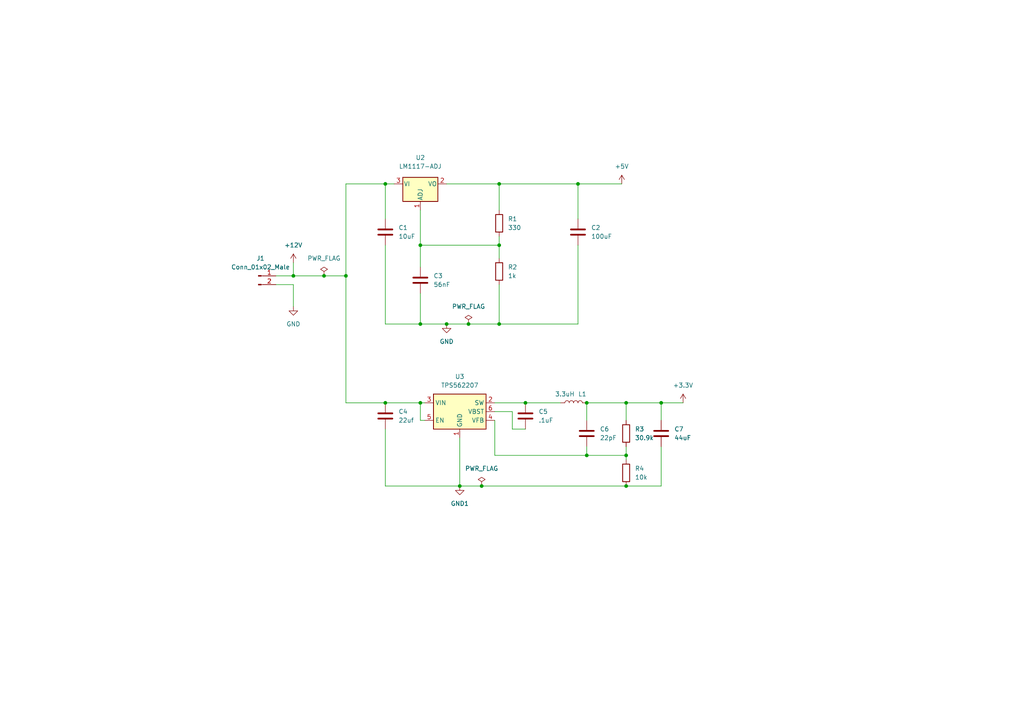
<source format=kicad_sch>
(kicad_sch (version 20211123) (generator eeschema)

  (uuid 38272076-0279-4129-b3f1-197aa0471a56)

  (paper "A4")

  (lib_symbols
    (symbol "Connector:Conn_01x02_Male" (pin_names (offset 1.016) hide) (in_bom yes) (on_board yes)
      (property "Reference" "J" (id 0) (at 0 2.54 0)
        (effects (font (size 1.27 1.27)))
      )
      (property "Value" "Conn_01x02_Male" (id 1) (at 0 -5.08 0)
        (effects (font (size 1.27 1.27)))
      )
      (property "Footprint" "" (id 2) (at 0 0 0)
        (effects (font (size 1.27 1.27)) hide)
      )
      (property "Datasheet" "~" (id 3) (at 0 0 0)
        (effects (font (size 1.27 1.27)) hide)
      )
      (property "ki_keywords" "connector" (id 4) (at 0 0 0)
        (effects (font (size 1.27 1.27)) hide)
      )
      (property "ki_description" "Generic connector, single row, 01x02, script generated (kicad-library-utils/schlib/autogen/connector/)" (id 5) (at 0 0 0)
        (effects (font (size 1.27 1.27)) hide)
      )
      (property "ki_fp_filters" "Connector*:*_1x??_*" (id 6) (at 0 0 0)
        (effects (font (size 1.27 1.27)) hide)
      )
      (symbol "Conn_01x02_Male_1_1"
        (polyline
          (pts
            (xy 1.27 -2.54)
            (xy 0.8636 -2.54)
          )
          (stroke (width 0.1524) (type default) (color 0 0 0 0))
          (fill (type none))
        )
        (polyline
          (pts
            (xy 1.27 0)
            (xy 0.8636 0)
          )
          (stroke (width 0.1524) (type default) (color 0 0 0 0))
          (fill (type none))
        )
        (rectangle (start 0.8636 -2.413) (end 0 -2.667)
          (stroke (width 0.1524) (type default) (color 0 0 0 0))
          (fill (type outline))
        )
        (rectangle (start 0.8636 0.127) (end 0 -0.127)
          (stroke (width 0.1524) (type default) (color 0 0 0 0))
          (fill (type outline))
        )
        (pin passive line (at 5.08 0 180) (length 3.81)
          (name "Pin_1" (effects (font (size 1.27 1.27))))
          (number "1" (effects (font (size 1.27 1.27))))
        )
        (pin passive line (at 5.08 -2.54 180) (length 3.81)
          (name "Pin_2" (effects (font (size 1.27 1.27))))
          (number "2" (effects (font (size 1.27 1.27))))
        )
      )
    )
    (symbol "Device:C" (pin_numbers hide) (pin_names (offset 0.254)) (in_bom yes) (on_board yes)
      (property "Reference" "C" (id 0) (at 0.635 2.54 0)
        (effects (font (size 1.27 1.27)) (justify left))
      )
      (property "Value" "C" (id 1) (at 0.635 -2.54 0)
        (effects (font (size 1.27 1.27)) (justify left))
      )
      (property "Footprint" "" (id 2) (at 0.9652 -3.81 0)
        (effects (font (size 1.27 1.27)) hide)
      )
      (property "Datasheet" "~" (id 3) (at 0 0 0)
        (effects (font (size 1.27 1.27)) hide)
      )
      (property "ki_keywords" "cap capacitor" (id 4) (at 0 0 0)
        (effects (font (size 1.27 1.27)) hide)
      )
      (property "ki_description" "Unpolarized capacitor" (id 5) (at 0 0 0)
        (effects (font (size 1.27 1.27)) hide)
      )
      (property "ki_fp_filters" "C_*" (id 6) (at 0 0 0)
        (effects (font (size 1.27 1.27)) hide)
      )
      (symbol "C_0_1"
        (polyline
          (pts
            (xy -2.032 -0.762)
            (xy 2.032 -0.762)
          )
          (stroke (width 0.508) (type default) (color 0 0 0 0))
          (fill (type none))
        )
        (polyline
          (pts
            (xy -2.032 0.762)
            (xy 2.032 0.762)
          )
          (stroke (width 0.508) (type default) (color 0 0 0 0))
          (fill (type none))
        )
      )
      (symbol "C_1_1"
        (pin passive line (at 0 3.81 270) (length 2.794)
          (name "~" (effects (font (size 1.27 1.27))))
          (number "1" (effects (font (size 1.27 1.27))))
        )
        (pin passive line (at 0 -3.81 90) (length 2.794)
          (name "~" (effects (font (size 1.27 1.27))))
          (number "2" (effects (font (size 1.27 1.27))))
        )
      )
    )
    (symbol "Device:L" (pin_numbers hide) (pin_names (offset 1.016) hide) (in_bom yes) (on_board yes)
      (property "Reference" "L1" (id 0) (at 2.54 -2.54 90)
        (effects (font (size 1.27 1.27)))
      )
      (property "Value" "3.3uH" (id 1) (at 2.54 2.54 90)
        (effects (font (size 1.27 1.27)))
      )
      (property "Footprint" "Inductor_SMD:L_Bourns_SRN6045TA" (id 2) (at 0 0 0)
        (effects (font (size 1.27 1.27)) hide)
      )
      (property "Datasheet" "~" (id 3) (at 0 0 0)
        (effects (font (size 1.27 1.27)) hide)
      )
      (property "ki_keywords" "inductor choke coil reactor magnetic" (id 4) (at 0 0 0)
        (effects (font (size 1.27 1.27)) hide)
      )
      (property "ki_description" "Inductor" (id 5) (at 0 0 0)
        (effects (font (size 1.27 1.27)) hide)
      )
      (property "ki_fp_filters" "Choke_* *Coil* Inductor_* L_*" (id 6) (at 0 0 0)
        (effects (font (size 1.27 1.27)) hide)
      )
      (symbol "L_0_1"
        (arc (start 0 -2.54) (mid 0.635 -1.905) (end 0 -1.27)
          (stroke (width 0) (type default) (color 0 0 0 0))
          (fill (type none))
        )
        (arc (start 0 -1.27) (mid 0.635 -0.635) (end 0 0)
          (stroke (width 0) (type default) (color 0 0 0 0))
          (fill (type none))
        )
        (arc (start 0 0) (mid 0.635 0.635) (end 0 1.27)
          (stroke (width 0) (type default) (color 0 0 0 0))
          (fill (type none))
        )
        (arc (start 0 1.27) (mid 0.635 1.905) (end 0 2.54)
          (stroke (width 0) (type default) (color 0 0 0 0))
          (fill (type none))
        )
      )
      (symbol "L_1_1"
        (pin power_in line (at 0 3.81 270) (length 1.27)
          (name "1" (effects (font (size 1.27 1.27))))
          (number "1" (effects (font (size 1.27 1.27))))
        )
        (pin power_out line (at 0 -3.81 90) (length 1.27)
          (name "2" (effects (font (size 1.27 1.27))))
          (number "2" (effects (font (size 1.27 1.27))))
        )
      )
    )
    (symbol "Device:R" (pin_numbers hide) (pin_names (offset 0)) (in_bom yes) (on_board yes)
      (property "Reference" "R" (id 0) (at 2.032 0 90)
        (effects (font (size 1.27 1.27)))
      )
      (property "Value" "R" (id 1) (at 0 0 90)
        (effects (font (size 1.27 1.27)))
      )
      (property "Footprint" "" (id 2) (at -1.778 0 90)
        (effects (font (size 1.27 1.27)) hide)
      )
      (property "Datasheet" "~" (id 3) (at 0 0 0)
        (effects (font (size 1.27 1.27)) hide)
      )
      (property "ki_keywords" "R res resistor" (id 4) (at 0 0 0)
        (effects (font (size 1.27 1.27)) hide)
      )
      (property "ki_description" "Resistor" (id 5) (at 0 0 0)
        (effects (font (size 1.27 1.27)) hide)
      )
      (property "ki_fp_filters" "R_*" (id 6) (at 0 0 0)
        (effects (font (size 1.27 1.27)) hide)
      )
      (symbol "R_0_1"
        (rectangle (start -1.016 -2.54) (end 1.016 2.54)
          (stroke (width 0.254) (type default) (color 0 0 0 0))
          (fill (type none))
        )
      )
      (symbol "R_1_1"
        (pin passive line (at 0 3.81 270) (length 1.27)
          (name "~" (effects (font (size 1.27 1.27))))
          (number "1" (effects (font (size 1.27 1.27))))
        )
        (pin passive line (at 0 -3.81 90) (length 1.27)
          (name "~" (effects (font (size 1.27 1.27))))
          (number "2" (effects (font (size 1.27 1.27))))
        )
      )
    )
    (symbol "Regulator_Linear:LM1117-ADJ" (pin_names (offset 0.254)) (in_bom yes) (on_board yes)
      (property "Reference" "U" (id 0) (at -3.81 3.175 0)
        (effects (font (size 1.27 1.27)))
      )
      (property "Value" "LM1117-ADJ" (id 1) (at 0 3.175 0)
        (effects (font (size 1.27 1.27)) (justify left))
      )
      (property "Footprint" "" (id 2) (at 0 0 0)
        (effects (font (size 1.27 1.27)) hide)
      )
      (property "Datasheet" "http://www.ti.com/lit/ds/symlink/lm1117.pdf" (id 3) (at 0 0 0)
        (effects (font (size 1.27 1.27)) hide)
      )
      (property "ki_keywords" "linear regulator ldo adjustable positive" (id 4) (at 0 0 0)
        (effects (font (size 1.27 1.27)) hide)
      )
      (property "ki_description" "800mA Low-Dropout Linear Regulator, adjustable output, TO-220/TO-252/TO-263/SOT-223" (id 5) (at 0 0 0)
        (effects (font (size 1.27 1.27)) hide)
      )
      (property "ki_fp_filters" "SOT?223* TO?263* TO?252* TO?220*" (id 6) (at 0 0 0)
        (effects (font (size 1.27 1.27)) hide)
      )
      (symbol "LM1117-ADJ_0_1"
        (rectangle (start -5.08 -5.08) (end 5.08 1.905)
          (stroke (width 0.254) (type default) (color 0 0 0 0))
          (fill (type background))
        )
      )
      (symbol "LM1117-ADJ_1_1"
        (pin input line (at 0 -7.62 90) (length 2.54)
          (name "ADJ" (effects (font (size 1.27 1.27))))
          (number "1" (effects (font (size 1.27 1.27))))
        )
        (pin power_out line (at 7.62 0 180) (length 2.54)
          (name "VO" (effects (font (size 1.27 1.27))))
          (number "2" (effects (font (size 1.27 1.27))))
        )
        (pin power_in line (at -7.62 0 0) (length 2.54)
          (name "VI" (effects (font (size 1.27 1.27))))
          (number "3" (effects (font (size 1.27 1.27))))
        )
      )
    )
    (symbol "Regulator_Switching:TPS562200" (in_bom yes) (on_board yes)
      (property "Reference" "U3" (id 0) (at 0 10.16 0)
        (effects (font (size 1.27 1.27)))
      )
      (property "Value" "TPS562207" (id 1) (at 0 7.62 0)
        (effects (font (size 1.27 1.27)))
      )
      (property "Footprint" "Package_TO_SOT_SMD:SOT-563" (id 2) (at 1.27 -6.35 0)
        (effects (font (size 1.27 1.27)) (justify left) hide)
      )
      (property "Datasheet" "http://www.ti.com/lit/ds/symlink/tps563200.pdf" (id 3) (at 0 0 0)
        (effects (font (size 1.27 1.27)) hide)
      )
      (property "ki_keywords" "step-down dcdc voltage regulator" (id 4) (at 0 0 0)
        (effects (font (size 1.27 1.27)) hide)
      )
      (property "ki_description" "2A Synchronous Step-Down Voltage Regulator, Adjustable Output Voltage, 4.5-17V Input Voltage, SOT-23-6" (id 5) (at 0 0 0)
        (effects (font (size 1.27 1.27)) hide)
      )
      (property "ki_fp_filters" "SOT?23*" (id 6) (at 0 0 0)
        (effects (font (size 1.27 1.27)) hide)
      )
      (symbol "TPS562200_0_1"
        (rectangle (start -7.62 5.08) (end 7.62 -5.08)
          (stroke (width 0.254) (type default) (color 0 0 0 0))
          (fill (type background))
        )
      )
      (symbol "TPS562200_1_1"
        (pin input line (at 0 -7.62 90) (length 2.54)
          (name "GND" (effects (font (size 1.27 1.27))))
          (number "1" (effects (font (size 1.27 1.27))))
        )
        (pin power_out line (at 10.16 2.54 180) (length 2.54)
          (name "SW" (effects (font (size 1.27 1.27))))
          (number "2" (effects (font (size 1.27 1.27))))
        )
        (pin power_in line (at -10.16 2.54 0) (length 2.54)
          (name "VIN" (effects (font (size 1.27 1.27))))
          (number "3" (effects (font (size 1.27 1.27))))
        )
        (pin input line (at 10.16 -2.54 180) (length 2.54)
          (name "VFB" (effects (font (size 1.27 1.27))))
          (number "4" (effects (font (size 1.27 1.27))))
        )
        (pin input line (at -10.16 -2.54 0) (length 2.54)
          (name "EN" (effects (font (size 1.27 1.27))))
          (number "5" (effects (font (size 1.27 1.27))))
        )
        (pin passive line (at 10.16 0 180) (length 2.54)
          (name "VBST" (effects (font (size 1.27 1.27))))
          (number "6" (effects (font (size 1.27 1.27))))
        )
      )
    )
    (symbol "power:+12V" (power) (pin_names (offset 0)) (in_bom yes) (on_board yes)
      (property "Reference" "#PWR" (id 0) (at 0 -3.81 0)
        (effects (font (size 1.27 1.27)) hide)
      )
      (property "Value" "+12V" (id 1) (at 0 3.556 0)
        (effects (font (size 1.27 1.27)))
      )
      (property "Footprint" "" (id 2) (at 0 0 0)
        (effects (font (size 1.27 1.27)) hide)
      )
      (property "Datasheet" "" (id 3) (at 0 0 0)
        (effects (font (size 1.27 1.27)) hide)
      )
      (property "ki_keywords" "power-flag" (id 4) (at 0 0 0)
        (effects (font (size 1.27 1.27)) hide)
      )
      (property "ki_description" "Power symbol creates a global label with name \"+12V\"" (id 5) (at 0 0 0)
        (effects (font (size 1.27 1.27)) hide)
      )
      (symbol "+12V_0_1"
        (polyline
          (pts
            (xy -0.762 1.27)
            (xy 0 2.54)
          )
          (stroke (width 0) (type default) (color 0 0 0 0))
          (fill (type none))
        )
        (polyline
          (pts
            (xy 0 0)
            (xy 0 2.54)
          )
          (stroke (width 0) (type default) (color 0 0 0 0))
          (fill (type none))
        )
        (polyline
          (pts
            (xy 0 2.54)
            (xy 0.762 1.27)
          )
          (stroke (width 0) (type default) (color 0 0 0 0))
          (fill (type none))
        )
      )
      (symbol "+12V_1_1"
        (pin power_in line (at 0 0 90) (length 0) hide
          (name "+12V" (effects (font (size 1.27 1.27))))
          (number "1" (effects (font (size 1.27 1.27))))
        )
      )
    )
    (symbol "power:+3.3V" (power) (pin_names (offset 0)) (in_bom yes) (on_board yes)
      (property "Reference" "#PWR" (id 0) (at 0 -3.81 0)
        (effects (font (size 1.27 1.27)) hide)
      )
      (property "Value" "+3.3V" (id 1) (at 0 3.556 0)
        (effects (font (size 1.27 1.27)))
      )
      (property "Footprint" "" (id 2) (at 0 0 0)
        (effects (font (size 1.27 1.27)) hide)
      )
      (property "Datasheet" "" (id 3) (at 0 0 0)
        (effects (font (size 1.27 1.27)) hide)
      )
      (property "ki_keywords" "power-flag" (id 4) (at 0 0 0)
        (effects (font (size 1.27 1.27)) hide)
      )
      (property "ki_description" "Power symbol creates a global label with name \"+3.3V\"" (id 5) (at 0 0 0)
        (effects (font (size 1.27 1.27)) hide)
      )
      (symbol "+3.3V_0_1"
        (polyline
          (pts
            (xy -0.762 1.27)
            (xy 0 2.54)
          )
          (stroke (width 0) (type default) (color 0 0 0 0))
          (fill (type none))
        )
        (polyline
          (pts
            (xy 0 0)
            (xy 0 2.54)
          )
          (stroke (width 0) (type default) (color 0 0 0 0))
          (fill (type none))
        )
        (polyline
          (pts
            (xy 0 2.54)
            (xy 0.762 1.27)
          )
          (stroke (width 0) (type default) (color 0 0 0 0))
          (fill (type none))
        )
      )
      (symbol "+3.3V_1_1"
        (pin power_in line (at 0 0 90) (length 0) hide
          (name "+3.3V" (effects (font (size 1.27 1.27))))
          (number "1" (effects (font (size 1.27 1.27))))
        )
      )
    )
    (symbol "power:+5V" (power) (pin_names (offset 0)) (in_bom yes) (on_board yes)
      (property "Reference" "#PWR" (id 0) (at 0 -3.81 0)
        (effects (font (size 1.27 1.27)) hide)
      )
      (property "Value" "+5V" (id 1) (at 0 3.556 0)
        (effects (font (size 1.27 1.27)))
      )
      (property "Footprint" "" (id 2) (at 0 0 0)
        (effects (font (size 1.27 1.27)) hide)
      )
      (property "Datasheet" "" (id 3) (at 0 0 0)
        (effects (font (size 1.27 1.27)) hide)
      )
      (property "ki_keywords" "power-flag" (id 4) (at 0 0 0)
        (effects (font (size 1.27 1.27)) hide)
      )
      (property "ki_description" "Power symbol creates a global label with name \"+5V\"" (id 5) (at 0 0 0)
        (effects (font (size 1.27 1.27)) hide)
      )
      (symbol "+5V_0_1"
        (polyline
          (pts
            (xy -0.762 1.27)
            (xy 0 2.54)
          )
          (stroke (width 0) (type default) (color 0 0 0 0))
          (fill (type none))
        )
        (polyline
          (pts
            (xy 0 0)
            (xy 0 2.54)
          )
          (stroke (width 0) (type default) (color 0 0 0 0))
          (fill (type none))
        )
        (polyline
          (pts
            (xy 0 2.54)
            (xy 0.762 1.27)
          )
          (stroke (width 0) (type default) (color 0 0 0 0))
          (fill (type none))
        )
      )
      (symbol "+5V_1_1"
        (pin power_in line (at 0 0 90) (length 0) hide
          (name "+5V" (effects (font (size 1.27 1.27))))
          (number "1" (effects (font (size 1.27 1.27))))
        )
      )
    )
    (symbol "power:GND" (power) (pin_names (offset 0)) (in_bom yes) (on_board yes)
      (property "Reference" "#PWR" (id 0) (at 0 -6.35 0)
        (effects (font (size 1.27 1.27)) hide)
      )
      (property "Value" "GND" (id 1) (at 0 -3.81 0)
        (effects (font (size 1.27 1.27)))
      )
      (property "Footprint" "" (id 2) (at 0 0 0)
        (effects (font (size 1.27 1.27)) hide)
      )
      (property "Datasheet" "" (id 3) (at 0 0 0)
        (effects (font (size 1.27 1.27)) hide)
      )
      (property "ki_keywords" "power-flag" (id 4) (at 0 0 0)
        (effects (font (size 1.27 1.27)) hide)
      )
      (property "ki_description" "Power symbol creates a global label with name \"GND\" , ground" (id 5) (at 0 0 0)
        (effects (font (size 1.27 1.27)) hide)
      )
      (symbol "GND_0_1"
        (polyline
          (pts
            (xy 0 0)
            (xy 0 -1.27)
            (xy 1.27 -1.27)
            (xy 0 -2.54)
            (xy -1.27 -1.27)
            (xy 0 -1.27)
          )
          (stroke (width 0) (type default) (color 0 0 0 0))
          (fill (type none))
        )
      )
      (symbol "GND_1_1"
        (pin power_in line (at 0 0 270) (length 0) hide
          (name "GND" (effects (font (size 1.27 1.27))))
          (number "1" (effects (font (size 1.27 1.27))))
        )
      )
    )
    (symbol "power:GND1" (power) (pin_names (offset 0)) (in_bom yes) (on_board yes)
      (property "Reference" "#PWR" (id 0) (at 0 -6.35 0)
        (effects (font (size 1.27 1.27)) hide)
      )
      (property "Value" "GND1" (id 1) (at 0 -3.81 0)
        (effects (font (size 1.27 1.27)))
      )
      (property "Footprint" "" (id 2) (at 0 0 0)
        (effects (font (size 1.27 1.27)) hide)
      )
      (property "Datasheet" "" (id 3) (at 0 0 0)
        (effects (font (size 1.27 1.27)) hide)
      )
      (property "ki_keywords" "power-flag" (id 4) (at 0 0 0)
        (effects (font (size 1.27 1.27)) hide)
      )
      (property "ki_description" "Power symbol creates a global label with name \"GND1\" , ground" (id 5) (at 0 0 0)
        (effects (font (size 1.27 1.27)) hide)
      )
      (symbol "GND1_0_1"
        (polyline
          (pts
            (xy 0 0)
            (xy 0 -1.27)
            (xy 1.27 -1.27)
            (xy 0 -2.54)
            (xy -1.27 -1.27)
            (xy 0 -1.27)
          )
          (stroke (width 0) (type default) (color 0 0 0 0))
          (fill (type none))
        )
      )
      (symbol "GND1_1_1"
        (pin power_in line (at 0 0 270) (length 0) hide
          (name "GND1" (effects (font (size 1.27 1.27))))
          (number "1" (effects (font (size 1.27 1.27))))
        )
      )
    )
    (symbol "power:PWR_FLAG" (power) (pin_numbers hide) (pin_names (offset 0) hide) (in_bom yes) (on_board yes)
      (property "Reference" "#FLG" (id 0) (at 0 1.905 0)
        (effects (font (size 1.27 1.27)) hide)
      )
      (property "Value" "PWR_FLAG" (id 1) (at 0 3.81 0)
        (effects (font (size 1.27 1.27)))
      )
      (property "Footprint" "" (id 2) (at 0 0 0)
        (effects (font (size 1.27 1.27)) hide)
      )
      (property "Datasheet" "~" (id 3) (at 0 0 0)
        (effects (font (size 1.27 1.27)) hide)
      )
      (property "ki_keywords" "power-flag" (id 4) (at 0 0 0)
        (effects (font (size 1.27 1.27)) hide)
      )
      (property "ki_description" "Special symbol for telling ERC where power comes from" (id 5) (at 0 0 0)
        (effects (font (size 1.27 1.27)) hide)
      )
      (symbol "PWR_FLAG_0_0"
        (pin power_out line (at 0 0 90) (length 0)
          (name "pwr" (effects (font (size 1.27 1.27))))
          (number "1" (effects (font (size 1.27 1.27))))
        )
      )
      (symbol "PWR_FLAG_0_1"
        (polyline
          (pts
            (xy 0 0)
            (xy 0 1.27)
            (xy -1.016 1.905)
            (xy 0 2.54)
            (xy 1.016 1.905)
            (xy 0 1.27)
          )
          (stroke (width 0) (type default) (color 0 0 0 0))
          (fill (type none))
        )
      )
    )
  )

  (junction (at 121.92 71.12) (diameter 0) (color 0 0 0 0)
    (uuid 0cbd0612-cdc2-4254-ab5b-c1b105ce84a0)
  )
  (junction (at 139.7 140.97) (diameter 0) (color 0 0 0 0)
    (uuid 12ab745d-98a3-4e29-8a54-d90fe90668a1)
  )
  (junction (at 85.09 80.01) (diameter 0) (color 0 0 0 0)
    (uuid 13f52898-c762-467b-a259-123302788e59)
  )
  (junction (at 144.78 93.98) (diameter 0) (color 0 0 0 0)
    (uuid 2b281b03-60c2-44ff-ba50-de262662862f)
  )
  (junction (at 181.61 140.97) (diameter 0) (color 0 0 0 0)
    (uuid 311019af-22c9-45b2-9252-b5b91ffb6449)
  )
  (junction (at 133.35 140.97) (diameter 0) (color 0 0 0 0)
    (uuid 491565b9-0cb3-4c11-9c8d-1034cc970838)
  )
  (junction (at 129.54 93.98) (diameter 0) (color 0 0 0 0)
    (uuid 563f0744-1b1b-4912-bb2e-91ec32deedd2)
  )
  (junction (at 121.92 93.98) (diameter 0) (color 0 0 0 0)
    (uuid 5b0626ab-2bd3-47bd-867c-5d88ff8df837)
  )
  (junction (at 111.76 53.34) (diameter 0) (color 0 0 0 0)
    (uuid 5bfcb920-53e7-4f2f-8d80-e364375225c0)
  )
  (junction (at 152.4 116.84) (diameter 0) (color 0 0 0 0)
    (uuid 6b286540-d583-4a71-b700-30205f46da39)
  )
  (junction (at 167.64 53.34) (diameter 0) (color 0 0 0 0)
    (uuid 7a1a2d53-b496-4cd4-97cd-9d1e7c870c06)
  )
  (junction (at 135.89 93.98) (diameter 0) (color 0 0 0 0)
    (uuid 9abb9e85-9122-48d3-8ac6-44ee31655c6a)
  )
  (junction (at 181.61 116.84) (diameter 0) (color 0 0 0 0)
    (uuid a680ea70-4f47-4537-8a70-4a58576ab1cc)
  )
  (junction (at 144.78 53.34) (diameter 0) (color 0 0 0 0)
    (uuid aaa92d1d-d288-45da-9546-e6f61c5aa3f7)
  )
  (junction (at 181.61 132.08) (diameter 0) (color 0 0 0 0)
    (uuid ad992cd3-6660-438d-ad25-356cf531f33c)
  )
  (junction (at 100.33 80.01) (diameter 0) (color 0 0 0 0)
    (uuid b540fcff-af8f-4809-93ba-261a5c5b551f)
  )
  (junction (at 144.78 71.12) (diameter 0) (color 0 0 0 0)
    (uuid b7afebfc-968f-471f-97da-3c735518fa74)
  )
  (junction (at 191.77 116.84) (diameter 0) (color 0 0 0 0)
    (uuid b8431b0b-16ed-47a8-a7aa-e1ec3bd495e9)
  )
  (junction (at 170.18 132.08) (diameter 0) (color 0 0 0 0)
    (uuid c0f7ca60-556a-49a3-ace1-8fc49831b88f)
  )
  (junction (at 111.76 116.84) (diameter 0) (color 0 0 0 0)
    (uuid d68c0922-105b-43e0-b77a-dc3f9ea15580)
  )
  (junction (at 121.92 116.84) (diameter 0) (color 0 0 0 0)
    (uuid da1bc1a2-31d8-4c1e-af5a-973e85d491e5)
  )
  (junction (at 170.18 116.84) (diameter 0) (color 0 0 0 0)
    (uuid e36ad8dd-9805-4af2-9a62-4feb4054a7b7)
  )
  (junction (at 93.98 80.01) (diameter 0) (color 0 0 0 0)
    (uuid eeb8e2f9-8a73-4458-8f09-bedf7b0236cc)
  )

  (wire (pts (xy 85.09 76.2) (xy 85.09 80.01))
    (stroke (width 0) (type default) (color 0 0 0 0))
    (uuid 02a6a9f9-125b-4552-b9fb-cf7ca5aac203)
  )
  (wire (pts (xy 93.98 80.01) (xy 100.33 80.01))
    (stroke (width 0) (type default) (color 0 0 0 0))
    (uuid 065ffeaf-8531-4080-9f3d-cf896cb1a349)
  )
  (wire (pts (xy 80.01 80.01) (xy 85.09 80.01))
    (stroke (width 0) (type default) (color 0 0 0 0))
    (uuid 08ed617f-9e9d-4c31-a6a0-decfcbac209c)
  )
  (wire (pts (xy 191.77 116.84) (xy 198.12 116.84))
    (stroke (width 0) (type default) (color 0 0 0 0))
    (uuid 0e543388-bf07-4f66-a1c5-890bf08514ee)
  )
  (wire (pts (xy 100.33 53.34) (xy 100.33 80.01))
    (stroke (width 0) (type default) (color 0 0 0 0))
    (uuid 0e76096f-b7dd-4005-ab5d-4deeffc5dd02)
  )
  (wire (pts (xy 152.4 116.84) (xy 162.56 116.84))
    (stroke (width 0) (type default) (color 0 0 0 0))
    (uuid 103b18c8-e2b6-49cc-a968-75221f9d7953)
  )
  (wire (pts (xy 191.77 116.84) (xy 191.77 121.92))
    (stroke (width 0) (type default) (color 0 0 0 0))
    (uuid 1203215c-33a8-4f86-a927-61b3faf8c816)
  )
  (wire (pts (xy 121.92 93.98) (xy 129.54 93.98))
    (stroke (width 0) (type default) (color 0 0 0 0))
    (uuid 1358bb90-5def-49b5-a9e9-b11914818cce)
  )
  (wire (pts (xy 100.33 116.84) (xy 111.76 116.84))
    (stroke (width 0) (type default) (color 0 0 0 0))
    (uuid 19222b4b-036d-4a24-8c23-e0ab6b0c9808)
  )
  (wire (pts (xy 191.77 140.97) (xy 181.61 140.97))
    (stroke (width 0) (type default) (color 0 0 0 0))
    (uuid 1934f30c-61fa-4d93-9fe4-d36097adc7b2)
  )
  (wire (pts (xy 111.76 140.97) (xy 111.76 124.46))
    (stroke (width 0) (type default) (color 0 0 0 0))
    (uuid 1a4bebee-037b-4d2f-9e3a-7e405f78b307)
  )
  (wire (pts (xy 111.76 140.97) (xy 133.35 140.97))
    (stroke (width 0) (type default) (color 0 0 0 0))
    (uuid 1dbb9359-100a-43fa-a6c3-36b7d31721f2)
  )
  (wire (pts (xy 80.01 82.55) (xy 85.09 82.55))
    (stroke (width 0) (type default) (color 0 0 0 0))
    (uuid 235ec76b-5d80-4af3-983e-3cfb80477ee1)
  )
  (wire (pts (xy 144.78 93.98) (xy 135.89 93.98))
    (stroke (width 0) (type default) (color 0 0 0 0))
    (uuid 2a284aa4-7541-4951-bc37-982a60af7ce6)
  )
  (wire (pts (xy 111.76 53.34) (xy 114.3 53.34))
    (stroke (width 0) (type default) (color 0 0 0 0))
    (uuid 2b2555bb-3886-430c-9368-a4b550f311e4)
  )
  (wire (pts (xy 144.78 82.55) (xy 144.78 93.98))
    (stroke (width 0) (type default) (color 0 0 0 0))
    (uuid 2ccdb474-02b9-46a3-8f01-d34b80eb2221)
  )
  (wire (pts (xy 121.92 71.12) (xy 144.78 71.12))
    (stroke (width 0) (type default) (color 0 0 0 0))
    (uuid 2d6250e0-99a8-42a3-a1c5-e232feac4791)
  )
  (wire (pts (xy 191.77 129.54) (xy 191.77 140.97))
    (stroke (width 0) (type default) (color 0 0 0 0))
    (uuid 3102a8de-2069-4914-aa2d-a5e3a4db721f)
  )
  (wire (pts (xy 143.51 121.92) (xy 143.51 132.08))
    (stroke (width 0) (type default) (color 0 0 0 0))
    (uuid 31b5ad53-d6d0-4093-ac7e-30e423238bac)
  )
  (wire (pts (xy 170.18 116.84) (xy 181.61 116.84))
    (stroke (width 0) (type default) (color 0 0 0 0))
    (uuid 38df3f81-50f0-4f2a-892a-8ded46812def)
  )
  (wire (pts (xy 100.33 80.01) (xy 100.33 116.84))
    (stroke (width 0) (type default) (color 0 0 0 0))
    (uuid 4131773d-15cb-444b-a3bf-4e383381cc9f)
  )
  (wire (pts (xy 144.78 68.58) (xy 144.78 71.12))
    (stroke (width 0) (type default) (color 0 0 0 0))
    (uuid 45a26126-4d53-4a76-bc05-97d5df4d3c93)
  )
  (wire (pts (xy 143.51 119.38) (xy 148.59 119.38))
    (stroke (width 0) (type default) (color 0 0 0 0))
    (uuid 48d24998-d62c-421e-9b23-2427f75a3148)
  )
  (wire (pts (xy 143.51 132.08) (xy 170.18 132.08))
    (stroke (width 0) (type default) (color 0 0 0 0))
    (uuid 4a658e07-bb47-47f3-b3eb-4c408c43edf0)
  )
  (wire (pts (xy 181.61 116.84) (xy 181.61 121.92))
    (stroke (width 0) (type default) (color 0 0 0 0))
    (uuid 4ac8b7a1-9331-44a3-afac-9b16397af655)
  )
  (wire (pts (xy 121.92 60.96) (xy 121.92 71.12))
    (stroke (width 0) (type default) (color 0 0 0 0))
    (uuid 6458e267-87e3-47c2-8e9e-4fe8acc5d442)
  )
  (wire (pts (xy 121.92 71.12) (xy 121.92 77.47))
    (stroke (width 0) (type default) (color 0 0 0 0))
    (uuid 684be51f-107c-4e25-b472-47c898e9ccf4)
  )
  (wire (pts (xy 121.92 85.09) (xy 121.92 93.98))
    (stroke (width 0) (type default) (color 0 0 0 0))
    (uuid 74fee0c3-158d-49ae-8636-9de7e2d0033d)
  )
  (wire (pts (xy 133.35 127) (xy 133.35 140.97))
    (stroke (width 0) (type default) (color 0 0 0 0))
    (uuid 7f18a6aa-49f4-46e0-904c-e486668d343b)
  )
  (wire (pts (xy 143.51 116.84) (xy 152.4 116.84))
    (stroke (width 0) (type default) (color 0 0 0 0))
    (uuid 7ff14a81-02fb-4e4e-8f4f-2a94714f22ca)
  )
  (wire (pts (xy 129.54 53.34) (xy 144.78 53.34))
    (stroke (width 0) (type default) (color 0 0 0 0))
    (uuid 8a9d85d0-10c8-4798-8760-f8d32fd79cdc)
  )
  (wire (pts (xy 111.76 116.84) (xy 121.92 116.84))
    (stroke (width 0) (type default) (color 0 0 0 0))
    (uuid 8ead4a83-bd44-4607-9257-97d2ba44ed6d)
  )
  (wire (pts (xy 170.18 129.54) (xy 170.18 132.08))
    (stroke (width 0) (type default) (color 0 0 0 0))
    (uuid 91d17e73-762b-4878-8022-b4649a024498)
  )
  (wire (pts (xy 121.92 121.92) (xy 123.19 121.92))
    (stroke (width 0) (type default) (color 0 0 0 0))
    (uuid 9656253c-22ba-4626-8f5d-833e4fed5c47)
  )
  (wire (pts (xy 181.61 129.54) (xy 181.61 132.08))
    (stroke (width 0) (type default) (color 0 0 0 0))
    (uuid 9be2aa61-178a-4284-bbee-db7ca63dab46)
  )
  (wire (pts (xy 135.89 93.98) (xy 129.54 93.98))
    (stroke (width 0) (type default) (color 0 0 0 0))
    (uuid a21c13e6-63f0-4a00-a4dc-5fe628f2d86a)
  )
  (wire (pts (xy 152.4 124.46) (xy 148.59 124.46))
    (stroke (width 0) (type default) (color 0 0 0 0))
    (uuid a2b29e81-e6b5-4edf-91d5-0a867d62373c)
  )
  (wire (pts (xy 111.76 71.12) (xy 111.76 93.98))
    (stroke (width 0) (type default) (color 0 0 0 0))
    (uuid a4905f5c-e5aa-4817-8030-12a42354c882)
  )
  (wire (pts (xy 181.61 132.08) (xy 170.18 132.08))
    (stroke (width 0) (type default) (color 0 0 0 0))
    (uuid a745b0a5-8b14-435b-b2d9-4203c8cd87f8)
  )
  (wire (pts (xy 167.64 93.98) (xy 144.78 93.98))
    (stroke (width 0) (type default) (color 0 0 0 0))
    (uuid a9fd6413-fd2d-4cb1-a39d-bbde751d0588)
  )
  (wire (pts (xy 85.09 82.55) (xy 85.09 88.9))
    (stroke (width 0) (type default) (color 0 0 0 0))
    (uuid b612ca78-166d-4cdb-bded-d08597e900e1)
  )
  (wire (pts (xy 85.09 80.01) (xy 93.98 80.01))
    (stroke (width 0) (type default) (color 0 0 0 0))
    (uuid b614c54d-c5f3-4fcc-80f0-9e5d9a20cd4b)
  )
  (wire (pts (xy 181.61 116.84) (xy 191.77 116.84))
    (stroke (width 0) (type default) (color 0 0 0 0))
    (uuid b66c1bd1-9210-4bce-a263-d08daf6b7aa8)
  )
  (wire (pts (xy 121.92 116.84) (xy 123.19 116.84))
    (stroke (width 0) (type default) (color 0 0 0 0))
    (uuid b791217c-f9bc-480b-bb3f-4fc18c6a76fc)
  )
  (wire (pts (xy 167.64 71.12) (xy 167.64 93.98))
    (stroke (width 0) (type default) (color 0 0 0 0))
    (uuid b964e259-b798-499e-bb51-8c7464a6b4cf)
  )
  (wire (pts (xy 111.76 93.98) (xy 121.92 93.98))
    (stroke (width 0) (type default) (color 0 0 0 0))
    (uuid bb128532-7713-4a3a-a02a-38bad62c1b50)
  )
  (wire (pts (xy 144.78 53.34) (xy 167.64 53.34))
    (stroke (width 0) (type default) (color 0 0 0 0))
    (uuid bc7164de-f693-496c-8f81-339a7fe8b83b)
  )
  (wire (pts (xy 121.92 116.84) (xy 121.92 121.92))
    (stroke (width 0) (type default) (color 0 0 0 0))
    (uuid c5270c59-4a27-4cea-b49a-8aa5ddee0833)
  )
  (wire (pts (xy 167.64 53.34) (xy 167.64 63.5))
    (stroke (width 0) (type default) (color 0 0 0 0))
    (uuid cbc421ca-e5e6-450a-b45a-3bd0a3f5d9b9)
  )
  (wire (pts (xy 181.61 140.97) (xy 139.7 140.97))
    (stroke (width 0) (type default) (color 0 0 0 0))
    (uuid cdb0b5a2-cf81-4c81-beb5-63d4271a2226)
  )
  (wire (pts (xy 111.76 53.34) (xy 111.76 63.5))
    (stroke (width 0) (type default) (color 0 0 0 0))
    (uuid d12c32a3-6bde-42b5-bce6-1ecfc8aaf531)
  )
  (wire (pts (xy 170.18 116.84) (xy 170.18 121.92))
    (stroke (width 0) (type default) (color 0 0 0 0))
    (uuid e47d54d7-49ac-47c6-8423-d8f354a01ea5)
  )
  (wire (pts (xy 100.33 53.34) (xy 111.76 53.34))
    (stroke (width 0) (type default) (color 0 0 0 0))
    (uuid e5b55b87-68bb-4800-9189-4701b0835340)
  )
  (wire (pts (xy 148.59 124.46) (xy 148.59 119.38))
    (stroke (width 0) (type default) (color 0 0 0 0))
    (uuid f2471699-7d60-4009-bd6c-bf7b410c4610)
  )
  (wire (pts (xy 139.7 140.97) (xy 133.35 140.97))
    (stroke (width 0) (type default) (color 0 0 0 0))
    (uuid f4f5b844-40bb-4f27-921d-996327e9b8b1)
  )
  (wire (pts (xy 144.78 71.12) (xy 144.78 74.93))
    (stroke (width 0) (type default) (color 0 0 0 0))
    (uuid f5c08365-8d4f-4024-b2f3-83b4c9734b27)
  )
  (wire (pts (xy 167.64 53.34) (xy 180.34 53.34))
    (stroke (width 0) (type default) (color 0 0 0 0))
    (uuid fccbb782-947d-452d-b764-c5d13f228cfb)
  )
  (wire (pts (xy 144.78 53.34) (xy 144.78 60.96))
    (stroke (width 0) (type default) (color 0 0 0 0))
    (uuid fd94e228-737d-41a2-b301-4d803def6b74)
  )
  (wire (pts (xy 181.61 132.08) (xy 181.61 133.35))
    (stroke (width 0) (type default) (color 0 0 0 0))
    (uuid ffbb99f8-bd3c-40f3-a7f4-54ab77842595)
  )

  (symbol (lib_id "Device:R") (at 144.78 78.74 0) (unit 1)
    (in_bom yes) (on_board yes) (fields_autoplaced)
    (uuid 04888277-416f-4e3d-b744-c9ac8db48d91)
    (property "Reference" "R2" (id 0) (at 147.32 77.4699 0)
      (effects (font (size 1.27 1.27)) (justify left))
    )
    (property "Value" "1k" (id 1) (at 147.32 80.0099 0)
      (effects (font (size 1.27 1.27)) (justify left))
    )
    (property "Footprint" "Resistor_SMD:R_0805_2012Metric_Pad1.20x1.40mm_HandSolder" (id 2) (at 143.002 78.74 90)
      (effects (font (size 1.27 1.27)) hide)
    )
    (property "Datasheet" "~" (id 3) (at 144.78 78.74 0)
      (effects (font (size 1.27 1.27)) hide)
    )
    (pin "1" (uuid a5f1864e-68e4-4fa1-b3c9-ac5ffb07a937))
    (pin "2" (uuid 2272d8eb-7b71-467c-86cc-b533f7b7857e))
  )

  (symbol (lib_id "Device:R") (at 144.78 64.77 0) (unit 1)
    (in_bom yes) (on_board yes) (fields_autoplaced)
    (uuid 2ae36402-9555-4ad9-8985-3a44c053d09a)
    (property "Reference" "R1" (id 0) (at 147.32 63.4999 0)
      (effects (font (size 1.27 1.27)) (justify left))
    )
    (property "Value" "330" (id 1) (at 147.32 66.0399 0)
      (effects (font (size 1.27 1.27)) (justify left))
    )
    (property "Footprint" "Resistor_SMD:R_0805_2012Metric_Pad1.20x1.40mm_HandSolder" (id 2) (at 143.002 64.77 90)
      (effects (font (size 1.27 1.27)) hide)
    )
    (property "Datasheet" "~" (id 3) (at 144.78 64.77 0)
      (effects (font (size 1.27 1.27)) hide)
    )
    (pin "1" (uuid 7f449439-7ce4-4616-a388-8c2d10f2ff72))
    (pin "2" (uuid a62d74db-84fc-400b-b1a5-62a030455662))
  )

  (symbol (lib_id "Device:C") (at 170.18 125.73 0) (unit 1)
    (in_bom yes) (on_board yes)
    (uuid 2f155f4a-153a-4497-a9b2-83d244d35e71)
    (property "Reference" "C6" (id 0) (at 173.99 124.46 0)
      (effects (font (size 1.27 1.27)) (justify left))
    )
    (property "Value" "22pF" (id 1) (at 173.99 127 0)
      (effects (font (size 1.27 1.27)) (justify left))
    )
    (property "Footprint" "Capacitor_SMD:C_0201_0603Metric" (id 2) (at 171.1452 129.54 0)
      (effects (font (size 1.27 1.27)) hide)
    )
    (property "Datasheet" "~" (id 3) (at 170.18 125.73 0)
      (effects (font (size 1.27 1.27)) hide)
    )
    (pin "1" (uuid 8be70ebb-7a65-4a6a-bef5-993dc2f3f1e1))
    (pin "2" (uuid 4257415d-f696-4d6c-880f-69f354af2b04))
  )

  (symbol (lib_id "power:PWR_FLAG") (at 139.7 140.97 0) (unit 1)
    (in_bom yes) (on_board yes) (fields_autoplaced)
    (uuid 417e883d-86ea-4663-bbb9-a4a8f1ffa01f)
    (property "Reference" "#FLG0103" (id 0) (at 139.7 139.065 0)
      (effects (font (size 1.27 1.27)) hide)
    )
    (property "Value" "PWR_FLAG" (id 1) (at 139.7 135.89 0))
    (property "Footprint" "" (id 2) (at 139.7 140.97 0)
      (effects (font (size 1.27 1.27)) hide)
    )
    (property "Datasheet" "~" (id 3) (at 139.7 140.97 0)
      (effects (font (size 1.27 1.27)) hide)
    )
    (pin "1" (uuid b20dd29d-01f7-4fd4-bb10-2ed763751150))
  )

  (symbol (lib_id "Device:C") (at 152.4 120.65 0) (unit 1)
    (in_bom yes) (on_board yes) (fields_autoplaced)
    (uuid 456e2f28-b728-4549-9b89-094147a2528a)
    (property "Reference" "C5" (id 0) (at 156.21 119.3799 0)
      (effects (font (size 1.27 1.27)) (justify left))
    )
    (property "Value" ".1uF" (id 1) (at 156.21 121.9199 0)
      (effects (font (size 1.27 1.27)) (justify left))
    )
    (property "Footprint" "Capacitor_SMD:C_0805_2012Metric" (id 2) (at 153.3652 124.46 0)
      (effects (font (size 1.27 1.27)) hide)
    )
    (property "Datasheet" "~" (id 3) (at 152.4 120.65 0)
      (effects (font (size 1.27 1.27)) hide)
    )
    (pin "1" (uuid ff5c3fff-d284-4017-bb65-e6beea0ff54d))
    (pin "2" (uuid 2af15cbb-20ca-4be6-af5d-19ae1b96fe5b))
  )

  (symbol (lib_id "Device:C") (at 111.76 120.65 0) (unit 1)
    (in_bom yes) (on_board yes) (fields_autoplaced)
    (uuid 4b5b721c-dd00-48b6-a27f-06c4b7a052ea)
    (property "Reference" "C4" (id 0) (at 115.57 119.3799 0)
      (effects (font (size 1.27 1.27)) (justify left))
    )
    (property "Value" "22uf" (id 1) (at 115.57 121.9199 0)
      (effects (font (size 1.27 1.27)) (justify left))
    )
    (property "Footprint" "Capacitor_SMD:C_0805_2012Metric" (id 2) (at 112.7252 124.46 0)
      (effects (font (size 1.27 1.27)) hide)
    )
    (property "Datasheet" "~" (id 3) (at 111.76 120.65 0)
      (effects (font (size 1.27 1.27)) hide)
    )
    (pin "1" (uuid 53f871a9-1311-44b7-b409-ef731fbb8fba))
    (pin "2" (uuid 348c7321-05b0-4d5f-9524-72b1c58e8efb))
  )

  (symbol (lib_id "Regulator_Switching:TPS562200") (at 133.35 119.38 0) (unit 1)
    (in_bom yes) (on_board yes) (fields_autoplaced)
    (uuid 5b7fffda-d095-4ecc-933b-350dbdc3ae00)
    (property "Reference" "U3" (id 0) (at 133.35 109.22 0))
    (property "Value" "TPS562207" (id 1) (at 133.35 111.76 0))
    (property "Footprint" "Package_TO_SOT_SMD:SOT-563" (id 2) (at 134.62 125.73 0)
      (effects (font (size 1.27 1.27)) (justify left) hide)
    )
    (property "Datasheet" "http://www.ti.com/lit/ds/symlink/tps563200.pdf" (id 3) (at 133.35 119.38 0)
      (effects (font (size 1.27 1.27)) hide)
    )
    (pin "1" (uuid 70e23978-956f-458d-bf4a-d22549c2d2cb))
    (pin "2" (uuid da52c799-15bc-4239-829a-a7dfa2db243b))
    (pin "3" (uuid e31a6544-f54e-4dd4-b99d-688f93f1d257))
    (pin "4" (uuid d056454a-5978-4667-9747-a4e917c9feea))
    (pin "5" (uuid edfaadf8-a28e-46d0-9c76-86e484398a75))
    (pin "6" (uuid c187ecb0-53e3-42fc-936e-421ac520ab3c))
  )

  (symbol (lib_id "power:+12V") (at 85.09 76.2 0) (unit 1)
    (in_bom yes) (on_board yes) (fields_autoplaced)
    (uuid 5e6fbd96-1d22-4f64-84fe-ec32d657ae1f)
    (property "Reference" "#PWR0101" (id 0) (at 85.09 80.01 0)
      (effects (font (size 1.27 1.27)) hide)
    )
    (property "Value" "+12V" (id 1) (at 85.09 71.12 0))
    (property "Footprint" "" (id 2) (at 85.09 76.2 0)
      (effects (font (size 1.27 1.27)) hide)
    )
    (property "Datasheet" "" (id 3) (at 85.09 76.2 0)
      (effects (font (size 1.27 1.27)) hide)
    )
    (pin "1" (uuid 397e9ab0-e6e4-41d9-a972-b43aefca4c5b))
  )

  (symbol (lib_id "power:+3.3V") (at 198.12 116.84 0) (unit 1)
    (in_bom yes) (on_board yes) (fields_autoplaced)
    (uuid 621c529d-c7b6-4937-821a-2416004a4fac)
    (property "Reference" "#PWR0102" (id 0) (at 198.12 120.65 0)
      (effects (font (size 1.27 1.27)) hide)
    )
    (property "Value" "+3.3V" (id 1) (at 198.12 111.76 0))
    (property "Footprint" "" (id 2) (at 198.12 116.84 0)
      (effects (font (size 1.27 1.27)) hide)
    )
    (property "Datasheet" "" (id 3) (at 198.12 116.84 0)
      (effects (font (size 1.27 1.27)) hide)
    )
    (pin "1" (uuid 1f993542-e5fa-4d1c-92e6-a90fc2e0ea3d))
  )

  (symbol (lib_id "power:+5V") (at 180.34 53.34 0) (unit 1)
    (in_bom yes) (on_board yes) (fields_autoplaced)
    (uuid 7e377bc8-49d1-4372-ae75-92fded545816)
    (property "Reference" "#PWR0103" (id 0) (at 180.34 57.15 0)
      (effects (font (size 1.27 1.27)) hide)
    )
    (property "Value" "+5V" (id 1) (at 180.34 48.26 0))
    (property "Footprint" "" (id 2) (at 180.34 53.34 0)
      (effects (font (size 1.27 1.27)) hide)
    )
    (property "Datasheet" "" (id 3) (at 180.34 53.34 0)
      (effects (font (size 1.27 1.27)) hide)
    )
    (pin "1" (uuid de36c8c9-957a-405d-8715-d43ef70263df))
  )

  (symbol (lib_id "power:PWR_FLAG") (at 135.89 93.98 0) (unit 1)
    (in_bom yes) (on_board yes) (fields_autoplaced)
    (uuid 8569fb6a-f8bd-4d70-9248-b2f4e4c91e0a)
    (property "Reference" "#FLG0102" (id 0) (at 135.89 92.075 0)
      (effects (font (size 1.27 1.27)) hide)
    )
    (property "Value" "PWR_FLAG" (id 1) (at 135.89 88.9 0))
    (property "Footprint" "" (id 2) (at 135.89 93.98 0)
      (effects (font (size 1.27 1.27)) hide)
    )
    (property "Datasheet" "~" (id 3) (at 135.89 93.98 0)
      (effects (font (size 1.27 1.27)) hide)
    )
    (pin "1" (uuid acc40207-283d-42d3-a8c7-0f65bb0b0e38))
  )

  (symbol (lib_id "Device:R") (at 181.61 137.16 0) (unit 1)
    (in_bom yes) (on_board yes)
    (uuid 8b4910a5-334e-492a-94a2-816dfc241894)
    (property "Reference" "R4" (id 0) (at 184.15 135.8899 0)
      (effects (font (size 1.27 1.27)) (justify left))
    )
    (property "Value" "10k" (id 1) (at 184.15 138.4299 0)
      (effects (font (size 1.27 1.27)) (justify left))
    )
    (property "Footprint" "Resistor_SMD:R_0805_2012Metric_Pad1.20x1.40mm_HandSolder" (id 2) (at 179.832 137.16 90)
      (effects (font (size 1.27 1.27)) hide)
    )
    (property "Datasheet" "~" (id 3) (at 181.61 137.16 0)
      (effects (font (size 1.27 1.27)) hide)
    )
    (pin "1" (uuid 51bc3825-55aa-4110-a1af-0f1b5d4a204e))
    (pin "2" (uuid 9b3dd7fb-e99d-4cf7-ae86-262bcb1c5d16))
  )

  (symbol (lib_id "Device:C") (at 167.64 67.31 0) (unit 1)
    (in_bom yes) (on_board yes) (fields_autoplaced)
    (uuid b2eb88be-9552-45c3-9af2-0cfca1612ff4)
    (property "Reference" "C2" (id 0) (at 171.45 66.0399 0)
      (effects (font (size 1.27 1.27)) (justify left))
    )
    (property "Value" "100uF" (id 1) (at 171.45 68.5799 0)
      (effects (font (size 1.27 1.27)) (justify left))
    )
    (property "Footprint" "Capacitor_SMD:CP_Elec_6.3x5.8" (id 2) (at 168.6052 71.12 0)
      (effects (font (size 1.27 1.27)) hide)
    )
    (property "Datasheet" "~" (id 3) (at 167.64 67.31 0)
      (effects (font (size 1.27 1.27)) hide)
    )
    (pin "1" (uuid 8ce1f7d2-a20f-43fd-809c-4edd2061599b))
    (pin "2" (uuid d4b300d3-1754-4829-82d2-8fcd0766e8f9))
  )

  (symbol (lib_id "Device:L") (at 166.37 116.84 90) (unit 1)
    (in_bom yes) (on_board yes) (fields_autoplaced)
    (uuid b501ee6c-bbbf-4380-8cf2-1e0d3418f86a)
    (property "Reference" "L1" (id 0) (at 168.91 114.3 90))
    (property "Value" "3.3uH" (id 1) (at 163.83 114.3 90))
    (property "Footprint" "Inductor_SMD:L_Bourns_SRN6045TA" (id 2) (at 166.37 116.84 0)
      (effects (font (size 1.27 1.27)) hide)
    )
    (property "Datasheet" "~" (id 3) (at 166.37 116.84 0)
      (effects (font (size 1.27 1.27)) hide)
    )
    (pin "1" (uuid 0d277048-3120-4394-9572-553b132b9dca))
    (pin "2" (uuid 7c80cddd-f45e-4686-916b-bf06b5a45ae2))
  )

  (symbol (lib_id "power:GND") (at 129.54 93.98 0) (unit 1)
    (in_bom yes) (on_board yes) (fields_autoplaced)
    (uuid bb67d36c-75d1-4eaa-b9ed-fcf96b14f16c)
    (property "Reference" "#PWR0104" (id 0) (at 129.54 100.33 0)
      (effects (font (size 1.27 1.27)) hide)
    )
    (property "Value" "GND" (id 1) (at 129.54 99.06 0))
    (property "Footprint" "" (id 2) (at 129.54 93.98 0)
      (effects (font (size 1.27 1.27)) hide)
    )
    (property "Datasheet" "" (id 3) (at 129.54 93.98 0)
      (effects (font (size 1.27 1.27)) hide)
    )
    (pin "1" (uuid d1fa2646-f02e-451c-a661-7e7bae8c3a40))
  )

  (symbol (lib_id "Device:R") (at 181.61 125.73 0) (unit 1)
    (in_bom yes) (on_board yes)
    (uuid bd42b525-20c4-4da1-a944-714893514565)
    (property "Reference" "R3" (id 0) (at 184.15 124.4599 0)
      (effects (font (size 1.27 1.27)) (justify left))
    )
    (property "Value" "30.9k" (id 1) (at 184.15 126.9999 0)
      (effects (font (size 1.27 1.27)) (justify left))
    )
    (property "Footprint" "Resistor_SMD:R_0805_2012Metric_Pad1.20x1.40mm_HandSolder" (id 2) (at 179.832 125.73 90)
      (effects (font (size 1.27 1.27)) hide)
    )
    (property "Datasheet" "~" (id 3) (at 181.61 125.73 0)
      (effects (font (size 1.27 1.27)) hide)
    )
    (pin "1" (uuid ed8cebf2-3869-428d-9f7b-628fe61a6f7a))
    (pin "2" (uuid f45d0858-c1c2-496a-b11d-c404d6f76114))
  )

  (symbol (lib_id "power:PWR_FLAG") (at 93.98 80.01 0) (unit 1)
    (in_bom yes) (on_board yes) (fields_autoplaced)
    (uuid c53370e8-5751-4c31-9b40-0a0e0addcdf9)
    (property "Reference" "#FLG0101" (id 0) (at 93.98 78.105 0)
      (effects (font (size 1.27 1.27)) hide)
    )
    (property "Value" "PWR_FLAG" (id 1) (at 93.98 74.93 0))
    (property "Footprint" "" (id 2) (at 93.98 80.01 0)
      (effects (font (size 1.27 1.27)) hide)
    )
    (property "Datasheet" "~" (id 3) (at 93.98 80.01 0)
      (effects (font (size 1.27 1.27)) hide)
    )
    (pin "1" (uuid 987c7255-e383-4088-aff4-ecf9743149e7))
  )

  (symbol (lib_id "Device:C") (at 191.77 125.73 0) (unit 1)
    (in_bom yes) (on_board yes) (fields_autoplaced)
    (uuid c8c256f6-03bc-4029-930a-b35db8613d65)
    (property "Reference" "C7" (id 0) (at 195.58 124.4599 0)
      (effects (font (size 1.27 1.27)) (justify left))
    )
    (property "Value" "44uF" (id 1) (at 195.58 126.9999 0)
      (effects (font (size 1.27 1.27)) (justify left))
    )
    (property "Footprint" "Capacitor_SMD:C_0805_2012Metric" (id 2) (at 192.7352 129.54 0)
      (effects (font (size 1.27 1.27)) hide)
    )
    (property "Datasheet" "~" (id 3) (at 191.77 125.73 0)
      (effects (font (size 1.27 1.27)) hide)
    )
    (pin "1" (uuid e56f35ac-e2ed-4f1a-a7c9-46c7ddaa16ca))
    (pin "2" (uuid 27d2bf34-328d-40b4-b710-338225932c3e))
  )

  (symbol (lib_id "Connector:Conn_01x02_Male") (at 74.93 80.01 0) (unit 1)
    (in_bom yes) (on_board yes) (fields_autoplaced)
    (uuid d139ace9-c485-4918-92ce-97d2a7b03f94)
    (property "Reference" "J1" (id 0) (at 75.565 74.93 0))
    (property "Value" "Conn_01x02_Male" (id 1) (at 75.565 77.47 0))
    (property "Footprint" "Connector_Molex:Molex_SL_171971-0002_1x02_P2.54mm_Vertical" (id 2) (at 74.93 80.01 0)
      (effects (font (size 1.27 1.27)) hide)
    )
    (property "Datasheet" "~" (id 3) (at 74.93 80.01 0)
      (effects (font (size 1.27 1.27)) hide)
    )
    (pin "1" (uuid 0dc71d9d-d33a-4293-b6e2-7319bae40f3f))
    (pin "2" (uuid 56afecf8-ec82-481f-ac08-0d0091489464))
  )

  (symbol (lib_id "Device:C") (at 111.76 67.31 0) (unit 1)
    (in_bom yes) (on_board yes) (fields_autoplaced)
    (uuid d4c5bd32-299a-4964-82e9-abe25daf503f)
    (property "Reference" "C1" (id 0) (at 115.57 66.0399 0)
      (effects (font (size 1.27 1.27)) (justify left))
    )
    (property "Value" "10uF" (id 1) (at 115.57 68.5799 0)
      (effects (font (size 1.27 1.27)) (justify left))
    )
    (property "Footprint" "Capacitor_SMD:CP_Elec_4x5.8" (id 2) (at 112.7252 71.12 0)
      (effects (font (size 1.27 1.27)) hide)
    )
    (property "Datasheet" "~" (id 3) (at 111.76 67.31 0)
      (effects (font (size 1.27 1.27)) hide)
    )
    (pin "1" (uuid 01a5f550-cf93-41e1-bb36-acb219f721d3))
    (pin "2" (uuid b331d722-7e46-47cf-9077-7f78bd1a0fbb))
  )

  (symbol (lib_id "power:GND1") (at 133.35 140.97 0) (unit 1)
    (in_bom yes) (on_board yes) (fields_autoplaced)
    (uuid d6411435-0985-42ba-abf8-9e133d40829e)
    (property "Reference" "#PWR0108" (id 0) (at 133.35 147.32 0)
      (effects (font (size 1.27 1.27)) hide)
    )
    (property "Value" "GND1" (id 1) (at 133.35 146.05 0))
    (property "Footprint" "" (id 2) (at 133.35 140.97 0)
      (effects (font (size 1.27 1.27)) hide)
    )
    (property "Datasheet" "" (id 3) (at 133.35 140.97 0)
      (effects (font (size 1.27 1.27)) hide)
    )
    (pin "1" (uuid 6b928229-6023-4c72-9636-a49c772788a4))
  )

  (symbol (lib_id "Regulator_Linear:LM1117-ADJ") (at 121.92 53.34 0) (unit 1)
    (in_bom yes) (on_board yes) (fields_autoplaced)
    (uuid e0218f0f-de2b-4da7-8444-7d98f9594ef7)
    (property "Reference" "U2" (id 0) (at 121.92 45.72 0))
    (property "Value" "LM1117-ADJ" (id 1) (at 121.92 48.26 0))
    (property "Footprint" "Package_TO_SOT_SMD:SOT-223-3_TabPin2" (id 2) (at 121.92 53.34 0)
      (effects (font (size 1.27 1.27)) hide)
    )
    (property "Datasheet" "http://www.ti.com/lit/ds/symlink/lm1117.pdf" (id 3) (at 121.92 53.34 0)
      (effects (font (size 1.27 1.27)) hide)
    )
    (pin "1" (uuid 52f9d6eb-1403-4bc2-baf3-1cb83809c0e4))
    (pin "2" (uuid 4b499112-876b-45a3-b3be-8795f3cc9009))
    (pin "3" (uuid 0e0bac03-597c-4566-8b13-c189e00eb862))
  )

  (symbol (lib_id "Device:C") (at 121.92 81.28 0) (unit 1)
    (in_bom yes) (on_board yes) (fields_autoplaced)
    (uuid ef2348d4-fb1a-4496-8627-18833cb9e657)
    (property "Reference" "C3" (id 0) (at 125.73 80.0099 0)
      (effects (font (size 1.27 1.27)) (justify left))
    )
    (property "Value" "56nF" (id 1) (at 125.73 82.5499 0)
      (effects (font (size 1.27 1.27)) (justify left))
    )
    (property "Footprint" "Capacitor_SMD:C_0402_1005Metric" (id 2) (at 122.8852 85.09 0)
      (effects (font (size 1.27 1.27)) hide)
    )
    (property "Datasheet" "~" (id 3) (at 121.92 81.28 0)
      (effects (font (size 1.27 1.27)) hide)
    )
    (pin "1" (uuid 39a7e05b-a62a-43dd-870a-e480e586c48c))
    (pin "2" (uuid be657d2d-9645-4d25-983f-61654291307f))
  )

  (symbol (lib_id "power:GND") (at 85.09 88.9 0) (unit 1)
    (in_bom yes) (on_board yes) (fields_autoplaced)
    (uuid fd05f480-c2c1-4ea0-a08a-80898ce12be7)
    (property "Reference" "#PWR0105" (id 0) (at 85.09 95.25 0)
      (effects (font (size 1.27 1.27)) hide)
    )
    (property "Value" "GND" (id 1) (at 85.09 93.98 0))
    (property "Footprint" "" (id 2) (at 85.09 88.9 0)
      (effects (font (size 1.27 1.27)) hide)
    )
    (property "Datasheet" "" (id 3) (at 85.09 88.9 0)
      (effects (font (size 1.27 1.27)) hide)
    )
    (pin "1" (uuid bd674eb5-456e-4155-8a97-aa3df76841c4))
  )

  (sheet_instances
    (path "/" (page "1"))
  )

  (symbol_instances
    (path "/c53370e8-5751-4c31-9b40-0a0e0addcdf9"
      (reference "#FLG0101") (unit 1) (value "PWR_FLAG") (footprint "")
    )
    (path "/8569fb6a-f8bd-4d70-9248-b2f4e4c91e0a"
      (reference "#FLG0102") (unit 1) (value "PWR_FLAG") (footprint "")
    )
    (path "/417e883d-86ea-4663-bbb9-a4a8f1ffa01f"
      (reference "#FLG0103") (unit 1) (value "PWR_FLAG") (footprint "")
    )
    (path "/5e6fbd96-1d22-4f64-84fe-ec32d657ae1f"
      (reference "#PWR0101") (unit 1) (value "+12V") (footprint "")
    )
    (path "/621c529d-c7b6-4937-821a-2416004a4fac"
      (reference "#PWR0102") (unit 1) (value "+3.3V") (footprint "")
    )
    (path "/7e377bc8-49d1-4372-ae75-92fded545816"
      (reference "#PWR0103") (unit 1) (value "+5V") (footprint "")
    )
    (path "/bb67d36c-75d1-4eaa-b9ed-fcf96b14f16c"
      (reference "#PWR0104") (unit 1) (value "GND") (footprint "")
    )
    (path "/fd05f480-c2c1-4ea0-a08a-80898ce12be7"
      (reference "#PWR0105") (unit 1) (value "GND") (footprint "")
    )
    (path "/d6411435-0985-42ba-abf8-9e133d40829e"
      (reference "#PWR0108") (unit 1) (value "GND1") (footprint "")
    )
    (path "/d4c5bd32-299a-4964-82e9-abe25daf503f"
      (reference "C1") (unit 1) (value "10uF") (footprint "Capacitor_SMD:CP_Elec_4x5.8")
    )
    (path "/b2eb88be-9552-45c3-9af2-0cfca1612ff4"
      (reference "C2") (unit 1) (value "100uF") (footprint "Capacitor_SMD:CP_Elec_6.3x5.8")
    )
    (path "/ef2348d4-fb1a-4496-8627-18833cb9e657"
      (reference "C3") (unit 1) (value "56nF") (footprint "Capacitor_SMD:C_0402_1005Metric")
    )
    (path "/4b5b721c-dd00-48b6-a27f-06c4b7a052ea"
      (reference "C4") (unit 1) (value "22uf") (footprint "Capacitor_SMD:C_0805_2012Metric")
    )
    (path "/456e2f28-b728-4549-9b89-094147a2528a"
      (reference "C5") (unit 1) (value ".1uF") (footprint "Capacitor_SMD:C_0805_2012Metric")
    )
    (path "/2f155f4a-153a-4497-a9b2-83d244d35e71"
      (reference "C6") (unit 1) (value "22pF") (footprint "Capacitor_SMD:C_0201_0603Metric")
    )
    (path "/c8c256f6-03bc-4029-930a-b35db8613d65"
      (reference "C7") (unit 1) (value "44uF") (footprint "Capacitor_SMD:C_0805_2012Metric")
    )
    (path "/d139ace9-c485-4918-92ce-97d2a7b03f94"
      (reference "J1") (unit 1) (value "Conn_01x02_Male") (footprint "Connector_Molex:Molex_SL_171971-0002_1x02_P2.54mm_Vertical")
    )
    (path "/b501ee6c-bbbf-4380-8cf2-1e0d3418f86a"
      (reference "L1") (unit 1) (value "3.3uH") (footprint "Inductor_SMD:L_Bourns_SRN6045TA")
    )
    (path "/2ae36402-9555-4ad9-8985-3a44c053d09a"
      (reference "R1") (unit 1) (value "330") (footprint "Resistor_SMD:R_0805_2012Metric_Pad1.20x1.40mm_HandSolder")
    )
    (path "/04888277-416f-4e3d-b744-c9ac8db48d91"
      (reference "R2") (unit 1) (value "1k") (footprint "Resistor_SMD:R_0805_2012Metric_Pad1.20x1.40mm_HandSolder")
    )
    (path "/bd42b525-20c4-4da1-a944-714893514565"
      (reference "R3") (unit 1) (value "30.9k") (footprint "Resistor_SMD:R_0805_2012Metric_Pad1.20x1.40mm_HandSolder")
    )
    (path "/8b4910a5-334e-492a-94a2-816dfc241894"
      (reference "R4") (unit 1) (value "10k") (footprint "Resistor_SMD:R_0805_2012Metric_Pad1.20x1.40mm_HandSolder")
    )
    (path "/e0218f0f-de2b-4da7-8444-7d98f9594ef7"
      (reference "U2") (unit 1) (value "LM1117-ADJ") (footprint "Package_TO_SOT_SMD:SOT-223-3_TabPin2")
    )
    (path "/5b7fffda-d095-4ecc-933b-350dbdc3ae00"
      (reference "U3") (unit 1) (value "TPS562207") (footprint "Package_TO_SOT_SMD:SOT-563")
    )
  )
)

</source>
